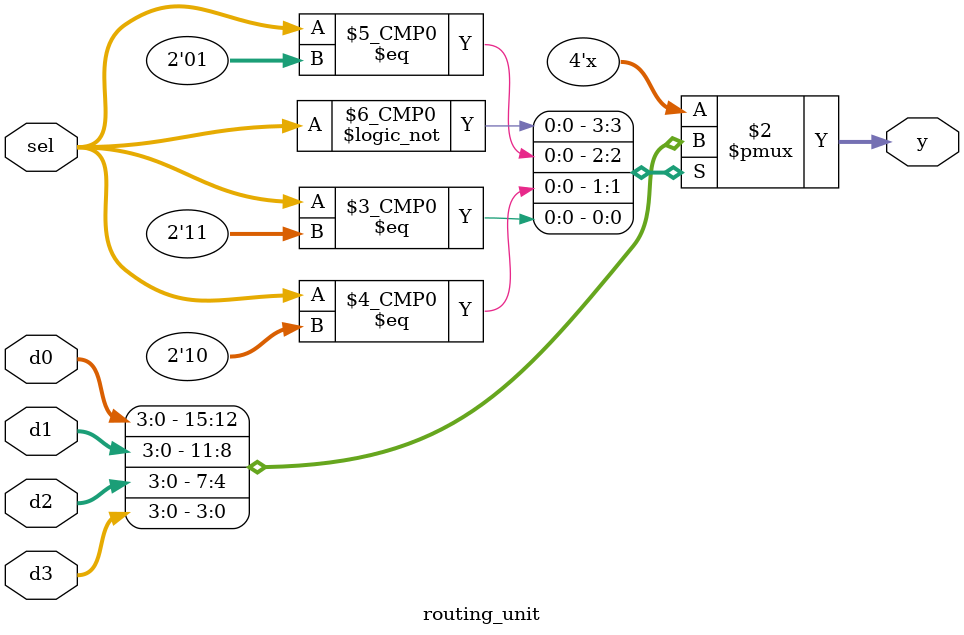
<source format=v>
module routing_unit #(
    parameter WIDTH = 4 // Parametrização para o portfólio
)(
    input  [WIDTH-1:0] d0, d1, d2, d3,
    input  [1:0]       sel,
    output reg [WIDTH-1:0] y
);
    // Lógica pura da Fase 1: Seleção de dados
    always @(*) begin
        case (sel)
            2'b00:   y = d0;
            2'b01:   y = d1;
            2'b10:   y = d2;
            2'b11:   y = d3;
            default: y = {WIDTH{1'b0}}; // Proteção contra latches
        endcase
    end
endmodule
</source>
